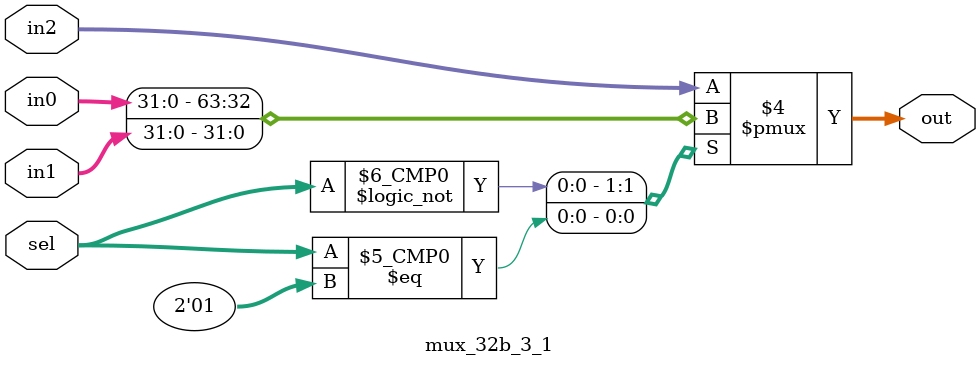
<source format=v>
`timescale 1ns / 1ps

module mux_32b_3_1 (
    input [31:0] in0, 
    input [31:0] in1, 
    input [31:0] in2, 
    input [1:0] sel, 
    output reg [31:0] out
);

    always @(*) begin
        case (sel)
            2'b00 : out = in0;
            2'b01 : out = in1;
            2'b10 : out = in2;
            default : out = in2;
        endcase
    end
    
endmodule

</source>
